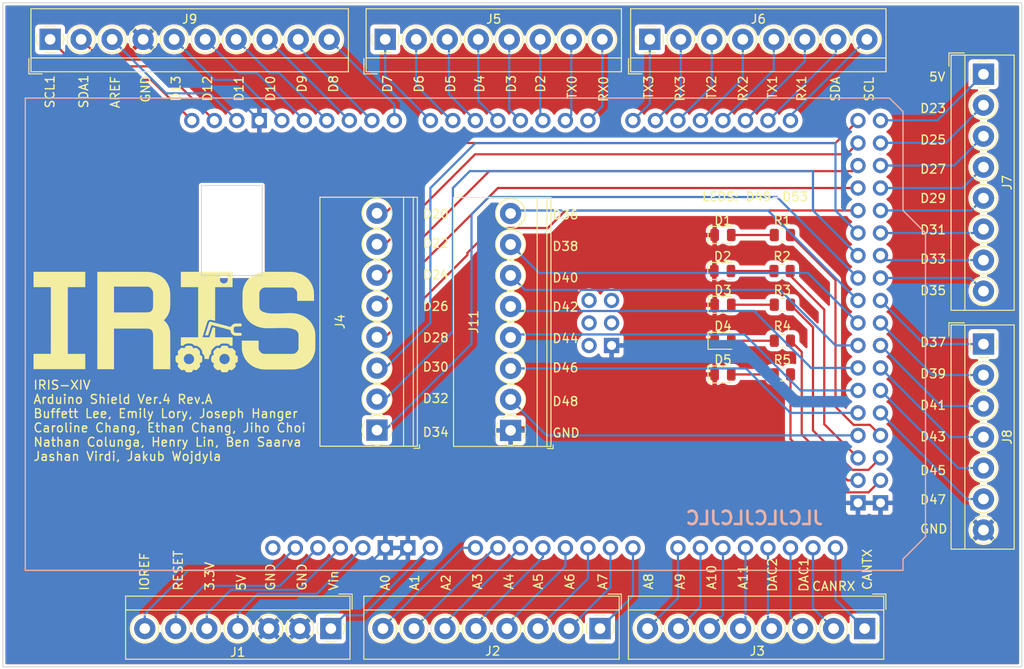
<source format=kicad_pcb>
(kicad_pcb (version 20240108) (generator "pcbnew") (generator_version "8.0")
  (layers (0 "F.Cu" signal) (31 "B.Cu" signal) (34 "B.Paste" user) (35 "F.Paste" user) (36 "B.SilkS" user "B.Silkscreen") (37 "F.SilkS" user "F.Silkscreen") (38 "B.Mask" user) (39 "F.Mask" user) (44 "Edge.Cuts" user))
  (net 0 "")
  (net 1 "Net-(J1-Pin_1)")
  (net 2 "Net-(J1-Pin_4)")
  (net 3 "Net-(J1-Pin_5)")
  (net 4 "Net-(J1-Pin_6)")
  (net 5 "Net-(J1-Pin_7)")
  (net 6 "Net-(J2-Pin_1)")
  (net 7 "Net-(J2-Pin_2)")
  (net 8 "Net-(J2-Pin_3)")
  (net 9 "Net-(J2-Pin_4)")
  (net 10 "Net-(J2-Pin_5)")
  (net 11 "Net-(J2-Pin_6)")
  (net 12 "Net-(J2-Pin_7)")
  (net 13 "Net-(J2-Pin_8)")
  (net 14 "Net-(J3-Pin_1)")
  (net 15 "Net-(J3-Pin_2)")
  (net 16 "Net-(J3-Pin_3)")
  (net 17 "Net-(J3-Pin_4)")
  (net 18 "Net-(J3-Pin_5)")
  (net 19 "Net-(J3-Pin_6)")
  (net 20 "Net-(J3-Pin_7)")
  (net 21 "Net-(J3-Pin_8)")
  (net 22 "Net-(J4-Pin_1)")
  (net 23 "Net-(J4-Pin_2)")
  (net 24 "Net-(J4-Pin_3)")
  (net 25 "Net-(J4-Pin_4)")
  (net 26 "Net-(J4-Pin_5)")
  (net 27 "Net-(J4-Pin_6)")
  (net 28 "Net-(J4-Pin_7)")
  (net 29 "Net-(J4-Pin_8)")
  (net 30 "Net-(J5-Pin_1)")
  (net 31 "Net-(J5-Pin_2)")
  (net 32 "Net-(J5-Pin_3)")
  (net 33 "Net-(J5-Pin_4)")
  (net 34 "Net-(J5-Pin_5)")
  (net 35 "Net-(J5-Pin_6)")
  (net 36 "Net-(J5-Pin_7)")
  (net 37 "Net-(J5-Pin_8)")
  (net 38 "Net-(J6-Pin_1)")
  (net 39 "Net-(J6-Pin_2)")
  (net 40 "Net-(J6-Pin_3)")
  (net 41 "Net-(J6-Pin_4)")
  (net 42 "Net-(J6-Pin_5)")
  (net 43 "Net-(J6-Pin_6)")
  (net 44 "Net-(J6-Pin_7)")
  (net 45 "Net-(J6-Pin_8)")
  (net 46 "Net-(J7-Pin_1)")
  (net 47 "Net-(J7-Pin_2)")
  (net 48 "Net-(J7-Pin_3)")
  (net 49 "Net-(J7-Pin_4)")
  (net 50 "Net-(J7-Pin_5)")
  (net 51 "Net-(J7-Pin_6)")
  (net 52 "Net-(J7-Pin_7)")
  (net 53 "Net-(J7-Pin_8)")
  (net 54 "Net-(J8-Pin_1)")
  (net 55 "Net-(J8-Pin_2)")
  (net 56 "Net-(J8-Pin_3)")
  (net 57 "Net-(J8-Pin_4)")
  (net 58 "Net-(J9-Pin_1)")
  (net 59 "Net-(J9-Pin_2)")
  (net 60 "Net-(J9-Pin_3)")
  (net 61 "Net-(J9-Pin_5)")
  (net 62 "Net-(J9-Pin_6)")
  (net 63 "Net-(J9-Pin_7)")
  (net 64 "Net-(J9-Pin_8)")
  (net 65 "Net-(J9-Pin_9)")
  (net 66 "Net-(J9-Pin_10)")
  (net 67 "Net-(J11-Pin_2)")
  (net 68 "Net-(J11-Pin_3)")
  (net 69 "Net-(J11-Pin_4)")
  (net 70 "Net-(J11-Pin_5)")
  (net 71 "Net-(J11-Pin_6)")
  (net 72 "Net-(J11-Pin_7)")
  (net 73 "Net-(J11-Pin_8)")
  (net 74 "Net-(J8-Pin_5)")
  (net 75 "Net-(U1-D50)")
  (net 76 "Net-(U1-D51)")
  (net 77 "Net-(U1-D52)")
  (net 78 "Net-(U1-D53)")
  (net 79 "GND")
  (net 80 "Net-(D1-A)")
  (net 81 "Net-(D2-A)")
  (net 82 "Net-(D3-A)")
  (net 83 "Net-(D4-A)")
  (net 84 "Net-(D5-A)")
  (net 85 "Net-(J8-Pin_6)")
  (net 86 "Net-(U1-D49)")
  (footprint "TerminalBlock_4Ucon:TerminalBlock_4Ucon_1x08_P3.50mm_Horizontal" (layer "F.Cu") (at 117.266 90.678 180)
    (property "Reference" "J3")
    (property "Value" "Screw_Terminal_01x08")
  )
  (footprint "LED_SMD:LED_0805_2012Metric" (layer "F.Cu") (at 101.28 54.102)
    (property "Reference" "D3")
    (property "Value" "LED")
  )
  (footprint "Custom_Silkscreen_and_memes:irislogo" (layer "F.Cu") (at 39.37 55.88)
    (property "Reference" "G***" (hide yes))
    (property "Value" "LOGO" (hide yes))
  )
  (footprint "TerminalBlock_4Ucon:TerminalBlock_4Ucon_1x10_P3.50mm_Horizontal" (layer "F.Cu") (at 25.34 24.13)
    (property "Reference" "J9")
    (property "Value" "Screw_Terminal_01x10")
  )
  (footprint "Resistor_SMD:R_0805_2012Metric" (layer "F.Cu") (at 107.9875 58.166)
    (property "Reference" "R4")
    (property "Value" "232Ω")
  )
  (footprint "TerminalBlock_4Ucon:TerminalBlock_4Ucon_1x07_P3.50mm_Horizontal" (layer "F.Cu") (at 130.683 58.547 -90)
    (property "Reference" "J8")
    (property "Value" "Screw_Terminal_01x07")
  )
  (footprint "TerminalBlock_4Ucon:TerminalBlock_4Ucon_1x08_P3.50mm_Horizontal" (layer "F.Cu") (at 63.16 24.13)
    (property "Reference" "J5")
    (property "Value" "Screw_Terminal_01x08")
  )
  (footprint "Resistor_SMD:R_0805_2012Metric" (layer "F.Cu") (at 107.95 50.292)
    (property "Reference" "R2")
    (property "Value" "6Ω")
  )
  (footprint "LED_SMD:LED_0805_2012Metric" (layer "F.Cu") (at 101.28 46.228)
    (property "Reference" "D1")
    (property "Value" "LED")
  )
  (footprint "TerminalBlock_4Ucon:TerminalBlock_4Ucon_1x08_P3.50mm_Horizontal" (layer "F.Cu") (at 93.02 24.13)
    (property "Reference" "J6")
    (property "Value" "Screw_Terminal_01x08")
  )
  (footprint "Resistor_SMD:R_0805_2012Metric" (layer "F.Cu") (at 107.9875 61.976)
    (property "Reference" "R5")
    (property "Value" "6Ω")
  )
  (footprint "TerminalBlock_Phoenix:TerminalBlock_Phoenix_PT-1,5-8-3.5-H_1x08_P3.50mm_Horizontal" (layer "F.Cu") (at 77.309 68.296 90)
    (property "Reference" "J11")
    (property "Value" "Screw_Terminal_01x08")
  )
  (footprint "TerminalBlock_4Ucon:TerminalBlock_4Ucon_1x07_P3.50mm_Horizontal" (layer "F.Cu") (at 57.023 90.678 180)
    (property "Reference" "J1")
    (property "Value" "Screw_Terminal_01x07")
  )
  (footprint "TerminalBlock_4Ucon:TerminalBlock_4Ucon_1x08_P3.50mm_Horizontal" (layer "F.Cu") (at 130.683 28.067 -90)
    (property "Reference" "J7")
    (property "Value" "Screw_Terminal_01x08")
  )
  (footprint "LED_SMD:LED_0805_2012Metric" (layer "F.Cu") (at 101.28 61.976)
    (property "Reference" "D5")
    (property "Value" "LED")
  )
  (footprint "LED_SMD:LED_0805_2012Metric" (layer "F.Cu") (at 101.28 58.166)
    (property "Reference" "D4")
    (property "Value" "LED")
  )
  (footprint "TerminalBlock_4Ucon:TerminalBlock_4Ucon_1x08_P3.50mm_Horizontal" (layer "F.Cu") (at 87.406 90.678 180)
    (property "Reference" "J2")
    (property "Value" "Screw_Terminal_01x08")
  )
  (footprint "LED_SMD:LED_0805_2012Metric" (layer "F.Cu") (at 101.2425 50.292)
    (property "Reference" "D2")
    (property "Value" "LED")
  )
  (footprint "Resistor_SMD:R_0805_2012Metric" (layer "F.Cu") (at 107.9875 54.102)
    (property "Reference" "R3")
    (property "Value" "6Ω")
  )
  (footprint "Resistor_SMD:R_0805_2012Metric" (layer "F.Cu") (at 107.9875 46.228)
    (property "Reference" "R1")
    (property "Value" "6Ω")
  )
  (footprint "Arduino_Due_Shield:Arduino_Due_Shield" (layer "F.Cu") (at 22.54 84.1)
    (property "Reference" "U1" (hide yes))
    (property "Value" "A000062" (hide yes))
  )
  (footprint "TerminalBlock_Phoenix:TerminalBlock_Phoenix_PT-1,5-8-3.5-H_1x08_P3.50mm_Horizontal" (layer "F.Cu") (at 62.23 68.27 90)
    (property "Reference" "J4")
    (property "Value" "Screw_Terminal_01x08")
  )
  (gr_rect (start 42.418 40.64) (end 49.276 50.8) (stroke (width 0.1)) (fill none) (layer "Edge.Cuts"))
  (gr_rect (start 20 20) (end 135 95) (stroke (width 0.1)) (fill none) (layer "Edge.Cuts"))
  (gr_text "JLCJLCJLCJLC" (at 112.74 79.07 0) (layer "B.SilkS") (effects (font (size 1.5 1.5) (thickness 0.3) (bold yes)) (justify left bottom mirror)))
  (gr_text "D40" (at 81.947 51.644 0) (layer "F.SilkS") (effects (font (size 1 1) (thickness 0.153)) (justify left bottom)))
  (gr_text "CANTX" (at 118.156 86.406 90) (layer "F.SilkS") (effects (font (size 1 1) (thickness 0.153)) (justify left bottom)))
  (gr_text "3.3V" (at 43.942 86.487 90) (layer "F.SilkS") (effects (font (size 1 1) (thickness 0.153)) (justify left bottom)))
  (gr_text "A2" (at 70.612 86.487 90) (layer "F.SilkS") (effects (font (size 1 1) (thickness 0.153)) (justify left bottom)))
  (gr_text "D22" (at 67.31 47.752 0) (layer "F.SilkS") (effects (font (size 1 1) (thickness 0.153)) (justify left bottom)))
  (gr_text "LEDS: D49-D53" (at 104.902 41.91 0) (layer "F.SilkS") (effects (font (size 1 1) (thickness 0.153))))
  (gr_text "D28" (at 67.31 58.42 0) (layer "F.SilkS") (effects (font (size 1 1) (thickness 0.153)) (justify left bottom)))
  (gr_text "A0" (at 63.754 86.487 90) (layer "F.SilkS") (effects (font (size 1 1) (thickness 0.153)) (justify left bottom)))
  (gr_text "D25" (at 123.444 36.068 0) (layer "F.SilkS") (effects (font (size 1 1) (thickness 0.153)) (justify left bottom)))
  (gr_text "CANRX" (at 111.252 86.487 0) (layer "F.SilkS") (effects (font (size 1 1) (thickness 0.153)) (justify left bottom)))
  (gr_text "GND" (at 50.8 86.487 90) (layer "F.SilkS") (effects (font (size 1 1) (thickness 0.153)) (justify left bottom)))
  (gr_text "D13" (at 40.132 31.242 90) (layer "F.SilkS") (effects (font (size 1 1) (thickness 0.153)) (justify left bottom)))
  (gr_text "AREF" (at 33.274 32.004 90) (layer "F.SilkS") (effects (font (size 1 1) (thickness 0.153)) (justify left bottom)))
  (gr_text "D27" (at 123.444 39.37 0) (layer "F.SilkS") (effects (font (size 1 1) (thickness 0.153)) (justify left bottom)))
  (gr_text "DAC2" (at 107.442 86.614 90) (layer "F.SilkS") (effects (font (size 1 1) (thickness 0.153)) (justify left bottom)))
  (gr_text "D12" (at 43.688 31.242 90) (layer "F.SilkS") (effects (font (size 1 1) (thickness 0.153)) (justify left bottom)))
  (gr_text "DAC1" (at 110.998 86.614 90) (layer "F.SilkS") (effects (font (size 1 1) (thickness 0.153)) (justify left bottom)))
  (gr_text "D26" (at 67.31 54.864 0) (layer "F.SilkS") (effects (font (size 1 1) (thickness 0.153)) (justify left bottom)))
  (gr_text "TX1\n" (at 107.442 30.988 90) (layer "F.SilkS") (effects (font (size 1 1) (thickness 0.153)) (justify left bottom)))
  (gr_text "D38" (at 81.947 48.088 0) (layer "F.SilkS") (effects (font (size 1 1) (thickness 0.153)) (justify left bottom)))
  (gr_text "D5" (at 71.12 30.226 90) (layer "F.SilkS") (effects (font (size 1 1) (thickness 0.153)) (justify left bottom)))
  (gr_text "D30" (at 67.31 61.722 0) (layer "F.SilkS") (effects (font (size 1 1) (thickness 0.153)) (justify left bottom)))
  (gr_text "A10" (at 100.584 86.36 90) (layer "F.SilkS") (effects (font (size 1 1) (thickness 0.153)) (justify left bottom)))
  (gr_text "A8" (at 93.472 86.36 90) (layer "F.SilkS") (effects (font (size 1 1) (thickness 0.153)) (justify left bottom)))
  (gr_text "A6" (at 84.582 86.36 90) (layer "F.SilkS") (effects (font (size 1 1) (thickness 0.153)) (justify left bottom)))
  (gr_text "D36" (at 81.947 44.532 0) (layer "F.SilkS") (effects (font (size 1 1) (thickness 0.153)) (justify left bottom)))
  (gr_text "D2" (at 81.28 30.226 90) (layer "F.SilkS") (effects (font (size 1 1) (thickness 0.153)) (justify left bottom)))
  (gr_text "D23" (at 123.444 32.512 0) (layer "F.SilkS") (effects (font (size 1 1) (thickness 0.153)) (justify left bottom)))
  (gr_text "D41" (at 123.444 66.04 0) (layer "F.SilkS") (effects (font (size 1 1) (thickness 0.153)) (justify left bottom)))
  (gr_text "D46" (at 81.947 61.804 0) (layer "F.SilkS") (effects (font (size 1 1) (thickness 0.153)) (justify left bottom)))
  (gr_text "TX0" (at 84.836 30.988 90) (layer "F.SilkS") (effects (font (size 1 1) (thickness 0.153)) (justify left bottom)))
  (gr_text "D11" (at 47.244 31.242 90) (layer "F.SilkS") (effects (font (size 1 1) (thickness 0.153)) (justify left bottom)))
  (gr_text "GND" (at 54.356 86.487 90) (layer "F.SilkS") (effects (font (size 1 1) (thickness 0.153)) (justify left bottom)))
  (gr_text "5V" (at 124.46 28.956 0) (layer "F.SilkS") (effects (font (size 1 1) (thickness 0.153)) (justify left bottom)))
  (gr_text "D3" (at 77.978 30.226 90) (layer "F.SilkS") (effects (font (size 1 1) (thickness 0.153)) (justify left bottom)))
  (gr_text "D20" (at 67.31 44.45 0) (layer "F.SilkS") (effects (font (size 1 1) (thickness 0.153)) (justify left bottom)))
  (gr_text "IOREF\n" (at 36.576 86.487 90) (layer "F.SilkS") (effects (font (size 1 1) (thickness 0.153)) (justify left bottom)))
  (gr_text "D33" (at 123.444 49.53 0) (layer "F.SilkS") (effects (font (size 1 1) (thickness 0.153)) (justify left bottom)))
  (gr_text "D7" (at 64.008 30.226 90) (layer "F.SilkS") (effects (font (size 1 1) (thickness 0.153)) (justify left bottom)))
  (gr_text "Vin\n" (at 57.923 86.478 90) (layer "F.SilkS") (effects (font (size 1 1) (thickness 0.153)) (justify left bottom)))
  (gr_text "A3" (at 74.168 86.36 90) (layer "F.SilkS") (effects (font (size 1 1) (thickness 0.153)) (justify left bottom)))
  (gr_text "A4" (at 77.724 86.36 90) (layer "F.SilkS") (effects (font (size 1 1) (thickness 0.153)) (justify left bottom)))
  (gr_text "D24" (at 67.31 51.308 0) (layer "F.SilkS") (effects (font (size 1 1) (thickness 0.153)) (justify left bottom)))
  (gr_text "D45" (at 123.444 73.406 0) (layer "F.SilkS") (effects (font (size 1 1) (thickness 0.153)) (justify left bottom)))
  (gr_text "D29" (at 123.444 42.672 0) (layer "F.SilkS") (effects (font (size 1 1) (thickness 0.153)) (justify left bottom)))
  (gr_text "GND" (at 81.947 69.17 0) (layer "F.SilkS") (effects (font (size 1 1) (thickness 0.153)) (justify left bottom)))
  (gr_text "D42" (at 81.947 54.946 0) (layer "F.SilkS") (effects (font (size 1 1) (thickness 0.153)) (justify left bottom)))
  (gr_text "SDA" (at 114.554 31.242 90) (layer "F.SilkS") (effects (font (size 1 1) (thickness 0.153)) (justify left bottom)))
  (gr_text "A7" (at 88.306 86.378 90) (layer "F.SilkS") (effects (font (size 1 1) (thickness 0.153)) (justify left bottom)))
  (gr_text "SDA1" (at 29.718 32.004 90) (layer "F.SilkS") (effects (font (size 1 1) (thickness 0.153)) (justify left bottom)))
  (gr_text "SCL" (at 118.364 31.242 90) (layer "F.SilkS") (effects (font (size 1 1) (thickness 0.153)) (justify left bottom)))
  (gr_text "GND" (at 123.444 80.01 0) (layer "F.SilkS") (effects (font (size 1 1) (thickness 0.153)) (justify left bottom)))
  (gr_text "D31" (at 123.444 46.228 0) (layer "F.SilkS") (effects (font (size 1 1) (thickness 0.153)) (justify left bottom)))
  (gr_text "D44" (at 81.947 58.502 0) (layer "F.SilkS") (effects (font (size 1 1) (thickness 0.153)) (justify left bottom)))
  (gr_text "RX2\n" (at 104.14 31.242 90) (layer "F.SilkS") (effects (font (size 1 1) (thickness 0.153)) (justify left bottom)))
  (gr_text "D48" (at 81.947 65.614 0) (layer "F.SilkS") (effects (font (size 1 1) (thickness 0.153)) (justify left bottom)))
  (gr_text "TX3" (at 93.472 30.988 90) (layer "F.SilkS") (effects (font (size 1 1) (thickness 0.153)) (justify left bottom)))
  (gr_text "A9" (at 97.028 86.36 90) (layer "F.SilkS") (effects (font (size 1 1) (thickness 0.153)) (justify left bottom)))
  (gr_text "SCL1" (at 25.908 32.004 90) (layer "F.SilkS") (effects (font (size 1 1) (thickness 0.153)) (justify left bottom)))
  (gr_text "D39" (at 123.444 62.484 0) (layer "F.SilkS") (effects (font (size 1 1) (thickness 0.153)) (justify left bottom)))
  (gr_text "D37" (at 123.444 58.928 0) (layer "F.SilkS") (effects (font (size 1 1) (thickness 0.153)) (justify left bottom)))
  (gr_text "A1" (at 67.056 86.487 90) (layer "F.SilkS") (effects (font (size 1 1) (thickness 0.153)) (justify left bottom)))
  (gr_text "D32" (at 67.31 65.278 0) (layer "F.SilkS") (effects (font (size 1 1) (thickness 0.153)) (justify left bottom)))
  (gr_text "RX3" (at 97.028 31.242 90) (layer "F.SilkS") (effects (font (size 1 1) (thickness 0.153)) (justify left bottom)))
  (gr_text "RX1" (at 110.744 31.242 90) (layer "F.SilkS") (effects (font (size 1 1) (thickness 0.153)) (justify left bottom)))
  (gr_text "D6" (at 67.564 30.226 90) (layer "F.SilkS") (effects (font (size 1 1) (thickness 0.153)) (justify left bottom)))
  (gr_text "A5" (at 81.026 86.36 90) (layer "F.SilkS") (effects (font (size 1 1) (thickness 0.153)) (justify left bottom)))
  (gr_text "D8" (at 57.912 30.226 90) (layer "F.SilkS") (effects (font (size 1 1) (thickness 0.153)) (justify left bottom)))
  (gr_text "RESET" (at 40.386 86.487 90) (layer "F.SilkS") (effects (font (size 1 1) (thickness 0.153)) (justify left bottom)))
  (gr_text "TX2" (at 100.584 30.988 90) (layer "F.SilkS") (effects (font (size 1 1) (thickness 0.153)) (justify left bottom)))
  (gr_text "IRIS-XIV\nArduino Shield Ver.4 Rev.A\nBuffett Lee, Emily Lory, Joseph Hanger\nCaroline Chang, Ethan Chang, Jiho Choi\nNathan Colunga, Henry Lin, Ben Saarva\nJashan Virdi, Jakub Wojdyla" (at 23.369909 71.810253 0) (layer "F.SilkS") (effects (font (size 1 1) (thickness 0.153)) (justify left bottom)))
  (gr_text "GND" (at 36.703 31.369 90) (layer "F.SilkS") (effects (font (size 1 1) (thickness 0.153)) (justify left bottom)))
  (gr_text "D9" (at 54.356 30.226 90) (layer "F.SilkS") (effects (font (size 1 1) (thickness 0.153)) (justify left bottom)))
  (gr_text "D34" (at 67.31 69.088 0) (layer "F.SilkS") (effects (font (size 1 1) (thickness 0.153)) (justify left bottom)))
  (gr_text "5V" (at 47.498 86.487 90) (layer "F.SilkS") (effects (font (size 1 1) (thickness 0.153)) (justify left bottom)))
  (gr_text "D10" (at 50.8 31.242 90) (layer "F.SilkS") (effects (font (size 1 1) (thickness 0.153)) (justify left bottom)))
  (gr_text "D35" (at 123.444 53.086 0) (layer "F.SilkS") (effects (font (size 1 1) (thickness 0.153)) (justify left bottom)))
  (gr_text "RX0" (at 88.392 31.296 90) (layer "F.SilkS") (effects (font (size 1 1) (thickness 0.153)) (justify left bottom)))
  (gr_text "D47" (at 123.444 76.708 0) (layer "F.SilkS") (effects (font (size 1 1) (thickness 0.153)) (justify left bottom)))
  (gr_text "A11" (at 104.14 86.36 90) (layer "F.SilkS") (effects (font (size 1 1) (thickness 0.153)) (justify left bottom)))
  (gr_text "D4" (at 74.422 30.226 90) (layer "F.SilkS") (effects (font (size 1 1) (thickness 0.153)) (justify left bottom)))
  (gr_text "D43" (at 123.444 69.596 0) (layer "F.SilkS") (effects (font (size 1 1) (thickness 0.153)) (justify left bottom)))
  (segment (start 60.64 89.18) (end 68.26 81.56) (width 0.25) (layer "B.Cu") (net 1))
  (segment (start 58.521 89.18) (end 60.64 89.18) (width 0.25) (layer "B.Cu") (net 1))
  (segment (start 57.023 90.678) (end 58.521 89.18) (width 0.25) (layer "B.Cu") (net 1))
  (segment (start 48.785 86.755) (end 46.523 89.017) (width 0.25) (layer "B.Cu") (net 2))
  (segment (start 55.445 86.755) (end 48.785 86.755) (width 0.25) (layer "B.Cu") (net 2))
  (segment (start 60.64 81.56) (end 55.445 86.755) (width 0.25) (layer "B.Cu") (net 2))
  (segment (start 46.523 89.017) (end 46.523 90.678) (width 0.25) (layer "B.Cu") (net 2))
  (segment (start 58.1 81.56) (end 53.355 86.305) (width 0.25) (layer "B.Cu") (net 3))
  (segment (start 45.735 86.305) (end 43.023 89.017) (width 0.25) (layer "B.Cu") (net 3))
  (segment (start 53.355 86.305) (end 45.735 86.305) (width 0.25) (layer "B.Cu") (net 3))
  (segment (start 43.023 89.017) (end 43.023 90.678) (width 0.25) (layer "B.Cu") (net 3))
  (segment (start 42.685 85.855) (end 39.523 89.017) (width 0.25) (layer "B.Cu") (net 4))
  (segment (start 55.56 81.56) (end 51.265 85.855) (width 0.25) (layer "B.Cu") (net 4))
  (segment (start 51.265 85.855) (end 42.685 85.855) (width 0.25) (layer "B.Cu") (net 4))
  (segment (start 39.523 89.017) (end 39.523 90.678) (width 0.25) (layer "B.Cu") (net 4))
  (segment (start 36.023 89.017) (end 36.023 90.678) (width 0.25) (layer "B.Cu") (net 5))
  (segment (start 50.48 84.1) (end 40.94 84.1) (width 0.25) (layer "B.Cu") (net 5))
  (segment (start 53.02 81.56) (end 50.48 84.1) (width 0.25) (layer "B.Cu") (net 5))
  (segment (start 40.94 84.1) (end 36.023 89.017) (width 0.25) (layer "B.Cu") (net 5))
  (segment (start 91.12 86.964) (end 87.406 90.678) (width 0.25) (layer "B.Cu") (net 6))
  (segment (start 91.12 81.56) (end 91.12 86.964) (width 0.25) (layer "B.Cu") (net 6))
  (segment (start 88.58 81.56) (end 88.58 86.004) (width 0.25) (layer "B.Cu") (net 7))
  (segment (start 88.58 86.004) (end 83.906 90.678) (width 0.25) (layer "B.Cu") (net 7))
  (segment (start 86.04 85.044) (end 80.406 90.678) (width 0.25) (layer "B.Cu") (net 8))
  (segment (start 86.04 81.56) (end 86.04 85.044) (width 0.25) (layer "B.Cu") (net 8))
  (segment (start 76.906 90.226) (end 76.906 90.678) (width 0.25) (layer "B.Cu") (net 9))
  (segment (start 83.5 81.56) (end 83.5 83.632) (width 0.25) (layer "B.Cu") (net 9))
  (segment (start 83.5 83.632) (end 76.906 90.226) (width 0.25) (layer "B.Cu") (net 9))
  (segment (start 80.96 81.56) (end 80.96 82.616) (width 0.25) (layer "B.Cu") (net 10))
  (segment (start 73.406 90.17) (end 73.406 90.678) (width 0.25) (layer "B.Cu") (net 10))
  (segment (start 80.96 82.616) (end 73.406 90.17) (width 0.25) (layer "B.Cu") (net 10))
  (segment (start 69.906 90.074) (end 69.906 90.678) (width 0.25) (layer "B.Cu") (net 11))
  (segment (start 78.42 81.56) (end 69.906 90.074) (width 0.25) (layer "B.Cu") (net 11))
  (segment (start 75.524 81.56) (end 75.88 81.56) (width 0.25) (layer "B.Cu") (net 12))
  (segment (start 66.406 90.678) (end 75.524 81.56) (width 0.25) (layer "B.Cu") (net 12))
  (segment (start 71.856 81.56) (end 73.34 81.56) (width 0.25) (layer "B.Cu") (net 13))
  (segment (start 62.906 90.51) (end 71.856 81.56) (width 0.25) (layer "B.Cu") (net 13))
  (segment (start 62.906 90.678) (end 62.906 90.51) (width 0.25) (layer "B.Cu") (net 13))
  (segment (start 113.98 81.56) (end 113.98 87.392) (width 0.25) (layer "B.Cu") (net 14))
  (segment (start 113.98 87.392) (end 117.266 90.678) (width 0.25) (layer "B.Cu") (net 14))
  (segment (start 111.44 88.352) (end 113.766 90.678) (width 0.25) (layer "B.Cu") (net 15))
  (segment (start 111.44 81.56) (end 111.44 88.352) (width 0.25) (layer "B.Cu") (net 15))
  (segment (start 108.9 81.56) (end 108.9 89.312) (width 0.25) (layer "B.Cu") (net 16))
  (segment (start 108.9 89.312) (end 110.266 90.678) (width 0.25) (layer "B.Cu") (net 16))
  (segment (start 106.36 81.56) (end 106.36 90.272) (width 0.25) (layer "B.Cu") (net 17))
  (segment (start 106.36 90.272) (end 106.766 90.678) (width 0.25) (layer "B.Cu") (net 17))
  (segment (start 103.82 90.124) (end 103.266 90.678) (width 0.25) (layer "B.Cu") (net 18))
  (segment (start 103.82 81.56) (end 103.82 90.124) (width 0.25) (layer "B.Cu") (net 18))
  (segment (start 101.28 81.56) (end 101.28 89.164) (width 0.25) (layer "B.Cu") (net 19))
  (segment (start 101.28 89.164) (end 99.766 90.678) (width 0.25) (layer "B.Cu") (net 19))
  (segment (start 98.74 81.56) (end 98.74 88.204) (width 0.25) (layer "B.Cu") (net 20))
  (segment (start 98.74 88.204) (end 96.266 90.678) (width 0.25) (layer "B.Cu") (net 20))
  (segment (start 96.2 87.244) (end 92.766 90.678) (width 0.25) (layer "B.Cu") (net 21))
  (segment (start 96.2 81.56) (end 96.2 87.244) (width 0.25) (layer "B.Cu") (net 21))
  (segment (start 72.898 58.522) (end 63.18 68.24) (width 0.25) (layer "B.Cu") (net 22))
  (segment (start 116.52 51.08) (end 107.375 41.935) (width 0.25) (layer "B.Cu") (net 22))
  (segment (start 74.865 41.935) (end 72.898 43.902) (width 0.25) (layer "B.Cu") (net 22))
  (segment (start 72.898 43.902) (end 72.898 58.522) (width 0.25) (layer "B.Cu") (net 22))
  (segment (start 107.375 41.935) (end 74.865 41.935) (width 0.25) (layer "B.Cu") (net 22))
  (segment (start 116.52 48.54) (end 111.44 43.46) (width 0.25) (layer "B.Cu") (net 23))
  (segment (start 70.8 40.92) (end 70.8 57.12) (width 0.25) (layer "B.Cu") (net 23))
  (segment (start 70.8 57.12) (end 63.18 64.74) (width 0.25) (layer "B.Cu") (net 23))
  (segment (start 111.44 43.46) (end 111.44 39.015) (width 0.25) (layer "B.Cu") (net 23))
  (segment (start 111.44 39.015) (end 72.705 39.015) (width 0.25) (layer "B.Cu") (net 23))
  (segment (start 72.705 39.015) (end 70.8 40.92) (width 0.25) (layer "B.Cu") (net 23))
  (segment (start 73.34 35.84) (end 68.26 40.92) (width 0.25) (layer "B.Cu") (net 24))
  (segment (start 63.18 61.24) (end 68.26 56.16) (width 0.25) (layer "B.Cu") (net 24))
  (segment (start 113.98 35.84) (end 113.98 43.46) (width 0.25) (layer "B.Cu") (net 24))
  (segment (start 113.98 43.46) (end 116.52 46) (width 0.25) (layer "B.Cu") (net 24))
  (segment (start 73.34 35.84) (end 113.98 35.84) (width 0.25) (layer "B.Cu") (net 24))
  (segment (start 68.26 56.16) (end 68.26 40.92) (width 0.25) (layer "B.Cu") (net 24))
  (segment (start 72.435 48.485) (end 72.435 48.248324) (width 0.25) (layer "F.Cu") (net 25))
  (segment (start 63.18 57.74) (end 72.435 48.485) (width 0.25) (layer "F.Cu") (net 25))
  (segment (start 81.525 45.435) (end 83.5 43.46) (width 0.25) (layer "F.Cu") (net 25))
  (segment (start 75.248324 45.435) (end 81.525 45.435) (width 0.25) (layer "F.Cu") (net 25))
  (segment (start 83.5 43.46) (end 116.52 43.46) (width 0.25) (layer "F.Cu") (net 25))
  (segment (start 72.435 48.248324) (end 75.248324 45.435) (width 0.25) (layer "F.Cu") (net 25))
  (segment (start 75.88 40.92) (end 63.18 53.62) (width 0.25) (layer "F.Cu") (net 26))
  (segment (start 116.52 40.92) (end 75.88 40.92) (width 0.25) (layer "F.Cu") (net 26))
  (segment (start 63.18 53.62) (end 63.18 54.24) (width 0.25) (layer "F.Cu") (net 26))
  (segment (start 74.905 39.015) (end 115.885 39.015) (width 0.25) (layer "F.Cu") (net 27))
  (segment (start 63.18 50.74) (end 74.905 39.015) (width 0.25) (layer "F.Cu") (net 27))
  (segment (start 115.885 39.015) (end 116.52 38.38) (width 0.25) (layer "F.Cu") (net 27))
  (segment (start 116.52 35.84) (end 115.25 37.11) (width 0.25) (layer "F.Cu") (net 28))
  (segment (start 73.31 37.11) (end 63.18 47.24) (width 0.25) (layer "F.Cu") (net 28))
  (segment (start 115.25 37.11) (end 73.31 37.11) (width 0.25) (layer "F.Cu") (net 28))
  (segment (start 71.08 35.84) (end 63.18 43.74) (width 0.25) (layer "F.Cu") (net 29))
  (segment (start 116.52 33.3) (end 113.98 35.84) (width 0.25) (layer "F.Cu") (net 29))
  (segment (start 113.98 35.84) (end 71.08 35.84) (width 0.25) (layer "F.Cu") (net 29))
  (segment (start 63.16 24.13) (end 63.16 28.2) (width 0.25) (layer "B.Cu") (net 30))
  (segment (start 63.16 28.2) (end 68.26 33.3) (width 0.25) (layer "B.Cu") (net 30))
  (segment (start 70.638 33.3) (end 70.8 33.3) (width 0.25) (layer "B.Cu") (net 31))
  (segment (start 66.66 29.322) (end 70.638 33.3) (width 0.25) (layer "B.Cu") (net 31))
  (segment (start 66.66 24.13) (end 66.66 29.322) (width 0.25) (layer "B.Cu") (net 31))
  (segment (start 70.16 24.13) (end 70.358 24.328) (width 0.25) (layer "B.Cu") (net 32))
  (segment (start 70.358 30.318) (end 73.34 33.3) (width 0.25) (layer "B.Cu") (net 32))
  (segment (start 70.358 24.328) (end 70.358 30.318) (width 0.25) (layer "B.Cu") (net 32))
  (segment (start 73.66 31.08) (end 75.88 33.3) (width 0.25) (layer "B.Cu") (net 33))
  (segment (start 73.66 24.13) (end 73.66 31.08) (width 0.25) (layer "B.Cu") (net 33))
  (segment (start 77.16 24.13) (end 77.16 32.04) (width 0.25) (layer "B.Cu") (net 34))
  (segment (start 77.16 32.04) (end 78.42 33.3) (width 0.25) (layer "B.Cu") (net 34))
  (segment (start 80.66 33) (end 80.96 33.3) (width 0.25) (layer "B.Cu") (net 35))
  (segment (start 80.66 24.13) (end 80.66 33) (width 0.25) (layer "B.Cu") (net 35))
  (segment (start 84.16 32.64) (end 83.5 33.3) (width 0.25) (layer "B.Cu") (net 36))
  (segment (start 84.16 24.13) (end 84.16 32.64) (width 0.25) (layer "B.Cu") (net 36))
  (segment (start 87.66 24.13) (end 87.66 31.68) (width 0.25) (layer "B.Cu") (net 37))
  (segment (start 87.66 31.68) (end 86.04 33.3) (width 0.25) (layer "B.Cu") (net 37))
  (segment (start 93.02 31.4) (end 91.12 33.3) (width 0.25) (layer "B.Cu") (net 38))
  (segment (start 93.02 24.13) (end 93.02 31.4) (width 0.25) (layer "B.Cu") (net 38))
  (segment (start 96.52 30.44) (end 93.66 33.3) (width 0.25) (layer "B.Cu") (net 39))
  (segment (start 96.52 24.13) (end 96.52 30.44) (width 0.25) (layer "B.Cu") (net 39))
  (segment (start 100.02 24.13) (end 100.02 29.48) (width 0.25) (layer "B.Cu") (net 40))
  (segment (start 100.02 29.48) (end 96.2 33.3) (width 0.25) (layer "B.Cu") (net 40))
  (segment (start 103.52 24.13) (end 103.52 28.52) (width 0.25) (layer "B.Cu") (net 41))
  (segment (start 103.52 28.52) (end 98.74 33.3) (width 0.25) (layer "B.Cu") (net 41))
  (segment (start 107.02 27.56) (end 101.28 33.3) (width 0.25) (layer "B.Cu") (net 42))
  (segment (start 107.02 24.13) (end 107.02 27.56) (width 0.25) (layer "B.Cu") (net 42))
  (segment (start 110.52 26.6) (end 103.82 33.3) (width 0.25) (layer "B.Cu") (net 43))
  (segment (start 110.52 24.13) (end 110.52 26.6) (width 0.25) (layer "B.Cu") (net 43))
  (segment (start 106.4 33.3) (end 106.36 33.3) (width 0.25) (layer "B.Cu") (net 44))
  (segment (start 114.02 25.68) (end 106.4 33.3) (width 0.25) (layer "B.Cu") (net 44))
  (segment (start 114.02 24.13) (end 114.02 25.68) (width 0.25) (layer "B.Cu") (net 44))
  (segment (start 108.9 32.75) (end 108.9 33.3) (width 0.25) (layer "B.Cu") (net 45))
  (segment (start 117.52 24.13) (end 108.9 32.75) (width 0.25) (layer "B.Cu") (net 45))
  (segment (start 119.086 33.274) (end 119.06 33.3) (width 0.25) (layer "B.Cu") (net 46))
  (segment (start 125.476 33.274) (end 119.086 33.274) (width 0.25) (layer "B.Cu") (net 46))
  (segment (start 130.683 28.067) (end 125.476 33.274) (width 0.25) (layer "B.Cu") (net 46))
  (segment (start 119.086 35.814) (end 119.06 35.84) (width 0.25) (layer "B.Cu") (net 47))
  (segment (start 126.436 35.814) (end 119.086 35.814) (width 0.25) (layer "B.Cu") (net 47))
  (segment (start 130.683 31.567) (end 126.436 35.814) (width 0.25) (layer "B.Cu") (net 47))
  (segment (start 127.37 38.38) (end 119.06 38.38) (width 0.25) (layer "B.Cu") (net 48))
  (segment (start 130.683 35.067) (end 127.37 38.38) (width 0.25) (layer "B.Cu") (net 48))
  (segment (start 128.33 40.92) (end 130.683 38.567) (width 0.25) (layer "B.Cu") (net 49))
  (segment (start 119.06 40.92) (end 128.33 40.92) (width 0.25) (layer "B.Cu") (net 49))
  (segment (start 129.29 43.46) (end 119.06 43.46) (width 0.25) (layer "B.Cu") (net 50))
  (segment (start 130.683 42.067) (end 129.29 43.46) (width 0.25) (layer "B.Cu") (net 50))
  (segment (start 119.06 46) (end 130.25 46) (width 0.25) (layer "B.Cu") (net 51))
  (segment (start 130.25 46) (end 130.683 45.567) (width 0.25) (layer "B.Cu") (net 51))
  (segment (start 130.683 49.067) (end 119.587 49.067) (width 0.25) (layer "B.Cu") (net 52))
  (segment (start 119.587 49.067) (end 119.06 48.54) (width 0.25) (layer "B.Cu") (net 52))
  (segment (start 129.196 51.08) (end 130.683 52.567) (width 0.25) (layer "B.Cu") (net 53))
  (segment (start 119.06 51.08) (end 129.196 51.08) (width 0.25) (layer "B.Cu") (net 53))
  (segment (start 130.683 58.547) (end 123.987 58.547) (width 0.25) (layer "B.Cu") (net 54))
  (segment (start 123.987 58.547) (end 119.06 53.62) (width 0.25) (layer "B.Cu") (net 54))
  (segment (start 130.683 62.047) (end 124.947 62.047) (width 0.25) (layer "B.Cu") (net 55))
  (segment (start 124.947 62.047) (end 119.06 56.16) (width 0.25) (layer "B.Cu") (net 55))
  (segment (start 125.907 65.547) (end 119.06 58.7) (width 0.25) (layer "B.Cu") (net 56))
  (segment (start 130.683 65.547) (end 125.907 65.547) (width 0.25) (layer "B.Cu") (net 56))
  (segment (start 126.867 69.047) (end 119.06 61.24) (width 0.25) (layer "B.Cu") (net 57))
  (segment (start 130.683 69.047) (end 126.867 69.047) (width 0.25) (layer "B.Cu") (net 57))
  (segment (start 41.336 33.3) (end 36.738 28.702) (width 0.25) (layer "F.Cu") (net 58))
  (segment (start 36.738 28.702) (end 29.912 28.702) (width 0.25) (layer "F.Cu") (net 58))
  (segment (start 29.912 28.702) (end 25.34 24.13) (width 0.25) (layer "F.Cu") (net 58))
  (segment (start 37.754 27.178) (end 31.888 27.178) (width 0.25) (layer "F.Cu") (net 59))
  (segment (start 31.888 27.178) (end 28.84 24.13) (width 0.25) (layer "F.Cu") (net 59))
  (segment (start 43.876 33.3) (end 37.754 27.178) (width 0.25) (layer "F.Cu") (net 59))
  (segment (start 38.436 30.226) (end 32.34 24.13) (width 0.25) (layer "B.Cu") (net 60))
  (segment (start 43.342 30.226) (end 38.436 30.226) (width 0.25) (layer "B.Cu") (net 60))
  (segment (start 46.416 33.3) (end 43.342 30.226) (width 0.25) (layer "B.Cu") (net 60))
  (segment (start 51.496 33.3) (end 46.898 28.702) (width 0.25) (layer "B.Cu") (net 61))
  (segment (start 43.912 28.702) (end 39.34 24.13) (width 0.25) (layer "B.Cu") (net 61))
  (segment (start 46.898 28.702) (end 43.912 28.702) (width 0.25) (layer "B.Cu") (net 61))
  (segment (start 46.65 27.94) (end 42.84 24.13) (width 0.25) (layer "B.Cu") (net 62))
  (segment (start 54.036 33.3) (end 48.676 27.94) (width 0.25) (layer "B.Cu") (net 62))
  (segment (start 48.676 27.94) (end 46.65 27.94) (width 0.25) (layer "B.Cu") (net 62))
  (segment (start 51.216 27.94) (end 50.15 27.94) (width 0.25) (layer "B.Cu") (net 63))
  (segment (start 50.15 27.94) (end 46.34 24.13) (width 0.25) (layer "B.Cu") (net 63))
  (segment (start 56.576 33.3) (end 51.216 27.94) (width 0.25) (layer "B.Cu") (net 63))
  (segment (start 59.116 33.3) (end 49.946 24.13) (width 0.25) (layer "B.Cu") (net 64))
  (segment (start 49.946 24.13) (end 49.84 24.13) (width 0.25) (layer "B.Cu") (net 64))
  (segment (start 61.656 33.3) (end 53.34 24.984) (width 0.25) (layer "B.Cu") (net 65))
  (segment (start 53.34 24.984) (end 53.34 24.13) (width 0.25) (layer "B.Cu") (net 65))
  (segment (start 64.196 31.486) (end 56.84 24.13) (width 0.25) (layer "B.Cu") (net 66))
  (segment (start 64.196 33.3) (end 64.196 31.486) (width 0.25) (layer "B.Cu") (net 66))
  (segment (start 77.309 64.796) (end 81.373 68.86) (width 0.25) (layer "B.Cu") (net 67))
  (segment (start 81.373 68.86) (end 116.52 68.86) (width 0.25) (layer "B.Cu") (net 67))
  (segment (start 103.876 61.296) (end 108.9 66.32) (width 0.25) (layer "B.Cu") (net 68))
  (segment (start 108.9 66.32) (end 116.52 66.32) (width 0.25) (layer "B.Cu") (net 68))
  (segment (start 77.309 61.296) (end 103.876 61.296) (width 0.25) (layer "B.Cu") (net 68))
  (segment (start 110.026198 63.78) (end 116.52 63.78) (width 0.25) (layer "B.Cu") (net 69))
  (segment (start 77.645 57.46) (end 103.706198 57.46) (width 0.25) (layer "B.Cu") (net 69))
  (segment (start 77.309 57.796) (end 77.645 57.46) (width 0.25) (layer "B.Cu") (net 69))
  (segment (start 103.706198 57.46) (end 110.026198 63.78) (width 0.25) (layer "B.Cu") (net 69))
  (segment (start 77.8216 54.8086) (end 77.309 54.296) (width 0.25) (layer "B.Cu") (net 70))
  (segment (start 111.224297 61.24) (end 104.792897 54.8086) (width 0.25) (layer "B.Cu") (net 70))
  (segment (start 104.792897 54.8086) (end 77.8216 54.8086) (width 0.25) (layer "B.Cu") (net 70))
  (segment (start 116.52 61.24) (end 111.224297 61.24) (width 0.25) (layer "B.Cu") (net 70))
  (segment (start 116.52 58.7) (end 113.98 58.7) (width 0.25) (layer "B.Cu") (net 71))
  (segment (start 107.7114 52.4314) (end 78.9444 52.4314) (width 0.25) (layer "B.Cu") (net 71))
  (segment (start 78.9444 52.4314) (end 77.309 50.796) (width 0.25) (layer "B.Cu") (net 71))
  (segment (start 113.98 58.7) (end 107.7114 52.4314) (width 0.25) (layer "B.Cu") (net 71))
  (segment (start 80.528 50.515) (end 77.309 47.296) (width 0.25) (layer "B.Cu") (net 72))
  (segment (start 78.019 48.006) (end 78.232 48.006) (width 0.25) (layer "B.Cu") (net 72))
  (segment (start 116.52 56.16) (end 110.875 50.515) (width 0.25) (layer "B.Cu") (net 72))
  (segment (start 110.875 50.515) (end 80.528 50.515) (width 0.25) (layer "B.Cu") (net 72))
  (segment (start 77.309 47.296) (end 78.019 48.006) (width 0.25) (layer "B.Cu") (net 72))
  (segment (start 106.36 43.46) (end 116.52 53.62) (width 0.25) (layer "B.Cu") (net 73))
  (segment (start 77.645 43.46) (end 106.36 43.46) (width 0.25) (layer "B.Cu") (net 73))
  (segment (start 77.309 43.796) (end 77.645 43.46) (width 0.25) (layer "B.Cu") (net 73))
  (segment (start 127.827 72.547) (end 119.06 63.78) (width 0.25) (layer "B.Cu") (net 74))
  (segment (start 130.683 72.547) (end 127.827 72.547) (width 0.25) (layer "B.Cu") (net 74))
  (segment (start 108.8625 50.8) (end 108.8625 50.292) (width 0.25) (layer "F.Cu") (net 75))
  (segment (start 112.71 54.6475) (end 108.8625 50.8) (width 0.25) (layer "F.Cu") (net 75))
  (segment (start 112.71 54.6475) (end 112.71 67.59) (width 0.25) (layer "F.Cu") (net 75))
  (segment (start 116.52 71.4) (end 112.71 67.59) (width 0.25) (layer "F.Cu") (net 75))
  (segment (start 111.44 68.306) (end 111.44 56.642) (width 0.25) (layer "F.Cu") (net 76))
  (segment (start 115.8854 72.7514) (end 111.44 68.306) (width 0.25) (layer "F.Cu") (net 76))
  (segment (start 111.44 56.642) (end 108.9 54.102) (width 0.25) (layer "F.Cu") (net 76))
  (segment (start 117.7086 72.7514) (end 115.8854 72.7514) (width 0.25) (layer "F.Cu") (net 76))
  (segment (start 119.06 71.4) (end 117.7086 72.7514) (width 0.25) (layer "F.Cu") (net 76))
  (segment (start 110.17 59.436) (end 110.17 68.768) (width 0.25) (layer "F.Cu") (net 77))
  (segment (start 108.9 58.166) (end 110.17 59.436) (width 0.25) (layer "F.Cu") (net 77))
  (segment (start 110.17 68.768) (end 115.342 73.94) (width 0.25) (layer "F.Cu") (net 77))
  (segment (start 115.342 73.94) (end 116.52 73.94) (width 0.25) (layer "F.Cu") (net 77))
  (segment (start 108.9 69.276) (end 108.9 61.976) (width 0.25) (layer "F.Cu") (net 78))
  (segment (start 114.9154 75.2914) (end 108.9 69.276) (width 0.25) (layer "F.Cu") (net 78))
  (segment (start 119.06 73.94) (end 117.7086 75.2914) (width 0.25) (layer "F.Cu") (net 78))
  (segment (start 117.7086 75.2914) (end 114.9154 75.2914) (width 0.25) (layer "F.Cu") (net 78))
  (segment (start 77.309 68.296) (end 77.645 67.96) (width 0.25) (layer "F.Cu") (net 79))
  (segment (start 114.326 76.48) (end 116.52 76.48) (width 0.25) (layer "F.Cu") (net 79))
  (segment (start 105.806 67.96) (end 114.326 76.48) (width 0.25) (layer "F.Cu") (net 79))
  (segment (start 77.645 67.96) (end 105.806 67.96) (width 0.25) (layer "F.Cu") (net 79))
  (segment (start 119.06 76.48) (end 127.616 76.48) (width 0.25) (layer "B.Cu") (net 79))
  (segment (start 63.18 81.56) (end 57.535 87.205) (width 0.25) (layer "B.Cu") (net 79))
  (segment (start 53.496 87.205) (end 50.023 90.678) (width 0.25) (layer "B.Cu") (net 79))
  (segment (start 59.625 87.655) (end 65.72 81.56) (width 0.25) (layer "B.Cu") (net 79))
  (segment (start 45.12 29.464) (end 41.174 29.464) (width 0.25) (layer "B.Cu") (net 79))
  (segment (start 127.616 76.48) (end 130.683 79.547) (width 0.25) (layer "B.Cu") (net 79))
  (segment (start 48.956 33.3) (end 45.12 29.464) (width 0.25) (layer "B.Cu") (net 79))
  (segment (start 56.546 87.655) (end 59.625 87.655) (width 0.25) (layer "B.Cu") (net 79))
  (segment (start 53.523 90.678) (end 56.546 87.655) (width 0.25) (layer "B.Cu") (net 79))
  (segment (start 57.535 87.205) (end 53.496 87.205) (width 0.25) (layer "B.Cu") (net 79))
  (segment (start 41.174 29.464) (end 35.84 24.13) (width 0.25) (layer "B.Cu") (net 79))
  (segment (start 102.2175 46.228) (end 107.075 46.228) (width 0.25) (layer "F.Cu") (net 80))
  (segment (start 102.18 50.292) (end 107.28 50.292) (width 0.25) (layer "F.Cu") (net 81))
  (segment (start 102.2175 54.102) (end 107.075 54.102) (width 0.25) (layer "F.Cu") (net 82))
  (segment (start 102.2175 58.166) (end 107.075 58.166) (width 0.25) (layer "F.Cu") (net 83))
  (segment (start 102.2175 61.976) (end 107.075 61.976) (width 0.25) (layer "F.Cu") (net 84))
  (segment (start 128.787 76.047) (end 119.06 66.32) (width 0.25) (layer "B.Cu") (net 85))
  (segment (start 130.683 76.047) (end 128.787 76.047) (width 0.25) (layer "B.Cu") (net 85))
  (segment (start 119.06 68.86) (end 117.8714 67.6714) (width 0.25) (layer "F.Cu") (net 86))
  (segment (start 117.8714 67.6714) (end 116.027665 67.6714) (width 0.25) (layer "F.Cu") (net 86))
  (segment (start 116.027665 67.6714) (end 113.98 65.623735) (width 0.25) (layer "F.Cu") (net 86))
  (segment (start 113.98 65.623735) (end 113.98 51.308) (width 0.25) (layer "F.Cu") (net 86))
  (segment (start 113.98 51.308) (end 108.9 46.228) (width 0.25) (layer "F.Cu") (net 86))
  (zone (net 79) (net_name "GND") (layer "F.Cu") (connect_pads (clearance 0.5)) (min_thickness 0.25) (fill yes (thermal_gap 0.5) (thermal_bridge_width 0.5))
    (polygon (pts (xy 19.685 19.685) (xy 135.255 19.685) (xy 135.255 95.25) (xy 19.685 95.25)))
  )
  (zone (net 79) (net_name "GND") (layer "B.Cu") (priority 1) (connect_pads (clearance 0.5)) (min_thickness 0.25) (fill yes (thermal_gap 0.5) (thermal_bridge_width 0.5))
    (polygon (pts (xy 19.685 19.685) (xy 135.255 19.685) (xy 135.255 95.25) (xy 19.685 95.25)))
  )
)
</source>
